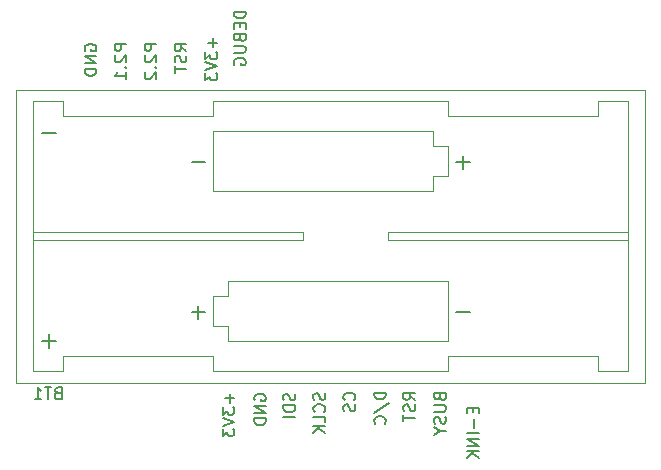
<source format=gbr>
%TF.GenerationSoftware,KiCad,Pcbnew,(5.1.8)-1*%
%TF.CreationDate,2020-12-21T16:49:44+02:00*%
%TF.ProjectId,Thermometer,54686572-6d6f-46d6-9574-65722e6b6963,rev?*%
%TF.SameCoordinates,Original*%
%TF.FileFunction,Legend,Bot*%
%TF.FilePolarity,Positive*%
%FSLAX46Y46*%
G04 Gerber Fmt 4.6, Leading zero omitted, Abs format (unit mm)*
G04 Created by KiCad (PCBNEW (5.1.8)-1) date 2020-12-21 16:49:44*
%MOMM*%
%LPD*%
G01*
G04 APERTURE LIST*
%ADD10C,0.150000*%
%ADD11C,0.120000*%
G04 APERTURE END LIST*
D10*
X52141380Y-130476904D02*
X51141380Y-130476904D01*
X51141380Y-130715000D01*
X51189000Y-130857857D01*
X51284238Y-130953095D01*
X51379476Y-131000714D01*
X51569952Y-131048333D01*
X51712809Y-131048333D01*
X51903285Y-131000714D01*
X51998523Y-130953095D01*
X52093761Y-130857857D01*
X52141380Y-130715000D01*
X52141380Y-130476904D01*
X51617571Y-131476904D02*
X51617571Y-131810238D01*
X52141380Y-131953095D02*
X52141380Y-131476904D01*
X51141380Y-131476904D01*
X51141380Y-131953095D01*
X51617571Y-132715000D02*
X51665190Y-132857857D01*
X51712809Y-132905476D01*
X51808047Y-132953095D01*
X51950904Y-132953095D01*
X52046142Y-132905476D01*
X52093761Y-132857857D01*
X52141380Y-132762619D01*
X52141380Y-132381666D01*
X51141380Y-132381666D01*
X51141380Y-132715000D01*
X51189000Y-132810238D01*
X51236619Y-132857857D01*
X51331857Y-132905476D01*
X51427095Y-132905476D01*
X51522333Y-132857857D01*
X51569952Y-132810238D01*
X51617571Y-132715000D01*
X51617571Y-132381666D01*
X51141380Y-133381666D02*
X51950904Y-133381666D01*
X52046142Y-133429285D01*
X52093761Y-133476904D01*
X52141380Y-133572142D01*
X52141380Y-133762619D01*
X52093761Y-133857857D01*
X52046142Y-133905476D01*
X51950904Y-133953095D01*
X51141380Y-133953095D01*
X51189000Y-134953095D02*
X51141380Y-134857857D01*
X51141380Y-134715000D01*
X51189000Y-134572142D01*
X51284238Y-134476904D01*
X51379476Y-134429285D01*
X51569952Y-134381666D01*
X51712809Y-134381666D01*
X51903285Y-134429285D01*
X51998523Y-134476904D01*
X52093761Y-134572142D01*
X52141380Y-134715000D01*
X52141380Y-134810238D01*
X52093761Y-134953095D01*
X52046142Y-135000714D01*
X51712809Y-135000714D01*
X51712809Y-134810238D01*
X71366071Y-164020761D02*
X71366071Y-164354095D01*
X71889880Y-164496952D02*
X71889880Y-164020761D01*
X70889880Y-164020761D01*
X70889880Y-164496952D01*
X71508928Y-164925523D02*
X71508928Y-165687428D01*
X71889880Y-166163619D02*
X70889880Y-166163619D01*
X71889880Y-166639809D02*
X70889880Y-166639809D01*
X71889880Y-167211238D01*
X70889880Y-167211238D01*
X71889880Y-167687428D02*
X70889880Y-167687428D01*
X71889880Y-168258857D02*
X71318452Y-167830285D01*
X70889880Y-168258857D02*
X71461309Y-167687428D01*
X50807928Y-162830095D02*
X50807928Y-163592000D01*
X51188880Y-163211047D02*
X50426976Y-163211047D01*
X50188880Y-163972952D02*
X50188880Y-164592000D01*
X50569833Y-164258666D01*
X50569833Y-164401523D01*
X50617452Y-164496761D01*
X50665071Y-164544380D01*
X50760309Y-164592000D01*
X50998404Y-164592000D01*
X51093642Y-164544380D01*
X51141261Y-164496761D01*
X51188880Y-164401523D01*
X51188880Y-164115809D01*
X51141261Y-164020571D01*
X51093642Y-163972952D01*
X50188880Y-164877714D02*
X51188880Y-165211047D01*
X50188880Y-165544380D01*
X50188880Y-165782476D02*
X50188880Y-166401523D01*
X50569833Y-166068190D01*
X50569833Y-166211047D01*
X50617452Y-166306285D01*
X50665071Y-166353904D01*
X50760309Y-166401523D01*
X50998404Y-166401523D01*
X51093642Y-166353904D01*
X51141261Y-166306285D01*
X51188880Y-166211047D01*
X51188880Y-165925333D01*
X51141261Y-165830095D01*
X51093642Y-165782476D01*
X52903500Y-163385595D02*
X52855880Y-163290357D01*
X52855880Y-163147500D01*
X52903500Y-163004642D01*
X52998738Y-162909404D01*
X53093976Y-162861785D01*
X53284452Y-162814166D01*
X53427309Y-162814166D01*
X53617785Y-162861785D01*
X53713023Y-162909404D01*
X53808261Y-163004642D01*
X53855880Y-163147500D01*
X53855880Y-163242738D01*
X53808261Y-163385595D01*
X53760642Y-163433214D01*
X53427309Y-163433214D01*
X53427309Y-163242738D01*
X53855880Y-163861785D02*
X52855880Y-163861785D01*
X53855880Y-164433214D01*
X52855880Y-164433214D01*
X53855880Y-164909404D02*
X52855880Y-164909404D01*
X52855880Y-165147500D01*
X52903500Y-165290357D01*
X52998738Y-165385595D01*
X53093976Y-165433214D01*
X53284452Y-165480833D01*
X53427309Y-165480833D01*
X53617785Y-165433214D01*
X53713023Y-165385595D01*
X53808261Y-165290357D01*
X53855880Y-165147500D01*
X53855880Y-164909404D01*
X56284761Y-162806190D02*
X56332380Y-162949047D01*
X56332380Y-163187142D01*
X56284761Y-163282380D01*
X56237142Y-163330000D01*
X56141904Y-163377619D01*
X56046666Y-163377619D01*
X55951428Y-163330000D01*
X55903809Y-163282380D01*
X55856190Y-163187142D01*
X55808571Y-162996666D01*
X55760952Y-162901428D01*
X55713333Y-162853809D01*
X55618095Y-162806190D01*
X55522857Y-162806190D01*
X55427619Y-162853809D01*
X55380000Y-162901428D01*
X55332380Y-162996666D01*
X55332380Y-163234761D01*
X55380000Y-163377619D01*
X56332380Y-163806190D02*
X55332380Y-163806190D01*
X55332380Y-164044285D01*
X55380000Y-164187142D01*
X55475238Y-164282380D01*
X55570476Y-164330000D01*
X55760952Y-164377619D01*
X55903809Y-164377619D01*
X56094285Y-164330000D01*
X56189523Y-164282380D01*
X56284761Y-164187142D01*
X56332380Y-164044285D01*
X56332380Y-163806190D01*
X56332380Y-164806190D02*
X55332380Y-164806190D01*
X58824761Y-162774523D02*
X58872380Y-162917380D01*
X58872380Y-163155476D01*
X58824761Y-163250714D01*
X58777142Y-163298333D01*
X58681904Y-163345952D01*
X58586666Y-163345952D01*
X58491428Y-163298333D01*
X58443809Y-163250714D01*
X58396190Y-163155476D01*
X58348571Y-162965000D01*
X58300952Y-162869761D01*
X58253333Y-162822142D01*
X58158095Y-162774523D01*
X58062857Y-162774523D01*
X57967619Y-162822142D01*
X57920000Y-162869761D01*
X57872380Y-162965000D01*
X57872380Y-163203095D01*
X57920000Y-163345952D01*
X58777142Y-164345952D02*
X58824761Y-164298333D01*
X58872380Y-164155476D01*
X58872380Y-164060238D01*
X58824761Y-163917380D01*
X58729523Y-163822142D01*
X58634285Y-163774523D01*
X58443809Y-163726904D01*
X58300952Y-163726904D01*
X58110476Y-163774523D01*
X58015238Y-163822142D01*
X57920000Y-163917380D01*
X57872380Y-164060238D01*
X57872380Y-164155476D01*
X57920000Y-164298333D01*
X57967619Y-164345952D01*
X58872380Y-165250714D02*
X58872380Y-164774523D01*
X57872380Y-164774523D01*
X58872380Y-165584047D02*
X57872380Y-165584047D01*
X58872380Y-166155476D02*
X58300952Y-165726904D01*
X57872380Y-166155476D02*
X58443809Y-165584047D01*
X61317142Y-163345833D02*
X61364761Y-163298214D01*
X61412380Y-163155357D01*
X61412380Y-163060119D01*
X61364761Y-162917261D01*
X61269523Y-162822023D01*
X61174285Y-162774404D01*
X60983809Y-162726785D01*
X60840952Y-162726785D01*
X60650476Y-162774404D01*
X60555238Y-162822023D01*
X60460000Y-162917261D01*
X60412380Y-163060119D01*
X60412380Y-163155357D01*
X60460000Y-163298214D01*
X60507619Y-163345833D01*
X61364761Y-163726785D02*
X61412380Y-163869642D01*
X61412380Y-164107738D01*
X61364761Y-164202976D01*
X61317142Y-164250595D01*
X61221904Y-164298214D01*
X61126666Y-164298214D01*
X61031428Y-164250595D01*
X60983809Y-164202976D01*
X60936190Y-164107738D01*
X60888571Y-163917261D01*
X60840952Y-163822023D01*
X60793333Y-163774404D01*
X60698095Y-163726785D01*
X60602857Y-163726785D01*
X60507619Y-163774404D01*
X60460000Y-163822023D01*
X60412380Y-163917261D01*
X60412380Y-164155357D01*
X60460000Y-164298214D01*
X64015880Y-162734785D02*
X63015880Y-162734785D01*
X63015880Y-162972880D01*
X63063500Y-163115738D01*
X63158738Y-163210976D01*
X63253976Y-163258595D01*
X63444452Y-163306214D01*
X63587309Y-163306214D01*
X63777785Y-163258595D01*
X63873023Y-163210976D01*
X63968261Y-163115738D01*
X64015880Y-162972880D01*
X64015880Y-162734785D01*
X62968261Y-164449071D02*
X64253976Y-163591928D01*
X63920642Y-165353833D02*
X63968261Y-165306214D01*
X64015880Y-165163357D01*
X64015880Y-165068119D01*
X63968261Y-164925261D01*
X63873023Y-164830023D01*
X63777785Y-164782404D01*
X63587309Y-164734785D01*
X63444452Y-164734785D01*
X63253976Y-164782404D01*
X63158738Y-164830023D01*
X63063500Y-164925261D01*
X63015880Y-165068119D01*
X63015880Y-165163357D01*
X63063500Y-165306214D01*
X63111119Y-165353833D01*
X66492380Y-163345880D02*
X66016190Y-163012547D01*
X66492380Y-162774452D02*
X65492380Y-162774452D01*
X65492380Y-163155404D01*
X65540000Y-163250642D01*
X65587619Y-163298261D01*
X65682857Y-163345880D01*
X65825714Y-163345880D01*
X65920952Y-163298261D01*
X65968571Y-163250642D01*
X66016190Y-163155404D01*
X66016190Y-162774452D01*
X66444761Y-163726833D02*
X66492380Y-163869690D01*
X66492380Y-164107785D01*
X66444761Y-164203023D01*
X66397142Y-164250642D01*
X66301904Y-164298261D01*
X66206666Y-164298261D01*
X66111428Y-164250642D01*
X66063809Y-164203023D01*
X66016190Y-164107785D01*
X65968571Y-163917309D01*
X65920952Y-163822071D01*
X65873333Y-163774452D01*
X65778095Y-163726833D01*
X65682857Y-163726833D01*
X65587619Y-163774452D01*
X65540000Y-163822071D01*
X65492380Y-163917309D01*
X65492380Y-164155404D01*
X65540000Y-164298261D01*
X65492380Y-164583976D02*
X65492380Y-165155404D01*
X66492380Y-164869690D02*
X65492380Y-164869690D01*
X68572071Y-163107857D02*
X68619690Y-163250714D01*
X68667309Y-163298333D01*
X68762547Y-163345952D01*
X68905404Y-163345952D01*
X69000642Y-163298333D01*
X69048261Y-163250714D01*
X69095880Y-163155476D01*
X69095880Y-162774523D01*
X68095880Y-162774523D01*
X68095880Y-163107857D01*
X68143500Y-163203095D01*
X68191119Y-163250714D01*
X68286357Y-163298333D01*
X68381595Y-163298333D01*
X68476833Y-163250714D01*
X68524452Y-163203095D01*
X68572071Y-163107857D01*
X68572071Y-162774523D01*
X68095880Y-163774523D02*
X68905404Y-163774523D01*
X69000642Y-163822142D01*
X69048261Y-163869761D01*
X69095880Y-163965000D01*
X69095880Y-164155476D01*
X69048261Y-164250714D01*
X69000642Y-164298333D01*
X68905404Y-164345952D01*
X68095880Y-164345952D01*
X69048261Y-164774523D02*
X69095880Y-164917380D01*
X69095880Y-165155476D01*
X69048261Y-165250714D01*
X69000642Y-165298333D01*
X68905404Y-165345952D01*
X68810166Y-165345952D01*
X68714928Y-165298333D01*
X68667309Y-165250714D01*
X68619690Y-165155476D01*
X68572071Y-164965000D01*
X68524452Y-164869761D01*
X68476833Y-164822142D01*
X68381595Y-164774523D01*
X68286357Y-164774523D01*
X68191119Y-164822142D01*
X68143500Y-164869761D01*
X68095880Y-164965000D01*
X68095880Y-165203095D01*
X68143500Y-165345952D01*
X68619690Y-165965000D02*
X69095880Y-165965000D01*
X68095880Y-165631666D02*
X68619690Y-165965000D01*
X68095880Y-166298333D01*
X38552500Y-133794595D02*
X38504880Y-133699357D01*
X38504880Y-133556500D01*
X38552500Y-133413642D01*
X38647738Y-133318404D01*
X38742976Y-133270785D01*
X38933452Y-133223166D01*
X39076309Y-133223166D01*
X39266785Y-133270785D01*
X39362023Y-133318404D01*
X39457261Y-133413642D01*
X39504880Y-133556500D01*
X39504880Y-133651738D01*
X39457261Y-133794595D01*
X39409642Y-133842214D01*
X39076309Y-133842214D01*
X39076309Y-133651738D01*
X39504880Y-134270785D02*
X38504880Y-134270785D01*
X39504880Y-134842214D01*
X38504880Y-134842214D01*
X39504880Y-135318404D02*
X38504880Y-135318404D01*
X38504880Y-135556500D01*
X38552500Y-135699357D01*
X38647738Y-135794595D01*
X38742976Y-135842214D01*
X38933452Y-135889833D01*
X39076309Y-135889833D01*
X39266785Y-135842214D01*
X39362023Y-135794595D01*
X39457261Y-135699357D01*
X39504880Y-135556500D01*
X39504880Y-135318404D01*
X42044880Y-133231119D02*
X41044880Y-133231119D01*
X41044880Y-133612071D01*
X41092500Y-133707309D01*
X41140119Y-133754928D01*
X41235357Y-133802547D01*
X41378214Y-133802547D01*
X41473452Y-133754928D01*
X41521071Y-133707309D01*
X41568690Y-133612071D01*
X41568690Y-133231119D01*
X41140119Y-134183500D02*
X41092500Y-134231119D01*
X41044880Y-134326357D01*
X41044880Y-134564452D01*
X41092500Y-134659690D01*
X41140119Y-134707309D01*
X41235357Y-134754928D01*
X41330595Y-134754928D01*
X41473452Y-134707309D01*
X42044880Y-134135880D01*
X42044880Y-134754928D01*
X41949642Y-135183500D02*
X41997261Y-135231119D01*
X42044880Y-135183500D01*
X41997261Y-135135880D01*
X41949642Y-135183500D01*
X42044880Y-135183500D01*
X42044880Y-136183500D02*
X42044880Y-135612071D01*
X42044880Y-135897785D02*
X41044880Y-135897785D01*
X41187738Y-135802547D01*
X41282976Y-135707309D01*
X41330595Y-135612071D01*
X44584880Y-133231119D02*
X43584880Y-133231119D01*
X43584880Y-133612071D01*
X43632500Y-133707309D01*
X43680119Y-133754928D01*
X43775357Y-133802547D01*
X43918214Y-133802547D01*
X44013452Y-133754928D01*
X44061071Y-133707309D01*
X44108690Y-133612071D01*
X44108690Y-133231119D01*
X43680119Y-134183500D02*
X43632500Y-134231119D01*
X43584880Y-134326357D01*
X43584880Y-134564452D01*
X43632500Y-134659690D01*
X43680119Y-134707309D01*
X43775357Y-134754928D01*
X43870595Y-134754928D01*
X44013452Y-134707309D01*
X44584880Y-134135880D01*
X44584880Y-134754928D01*
X44489642Y-135183500D02*
X44537261Y-135231119D01*
X44584880Y-135183500D01*
X44537261Y-135135880D01*
X44489642Y-135183500D01*
X44584880Y-135183500D01*
X43680119Y-135612071D02*
X43632500Y-135659690D01*
X43584880Y-135754928D01*
X43584880Y-135993023D01*
X43632500Y-136088261D01*
X43680119Y-136135880D01*
X43775357Y-136183500D01*
X43870595Y-136183500D01*
X44013452Y-136135880D01*
X44584880Y-135564452D01*
X44584880Y-136183500D01*
X47124880Y-133818380D02*
X46648690Y-133485047D01*
X47124880Y-133246952D02*
X46124880Y-133246952D01*
X46124880Y-133627904D01*
X46172500Y-133723142D01*
X46220119Y-133770761D01*
X46315357Y-133818380D01*
X46458214Y-133818380D01*
X46553452Y-133770761D01*
X46601071Y-133723142D01*
X46648690Y-133627904D01*
X46648690Y-133246952D01*
X47077261Y-134199333D02*
X47124880Y-134342190D01*
X47124880Y-134580285D01*
X47077261Y-134675523D01*
X47029642Y-134723142D01*
X46934404Y-134770761D01*
X46839166Y-134770761D01*
X46743928Y-134723142D01*
X46696309Y-134675523D01*
X46648690Y-134580285D01*
X46601071Y-134389809D01*
X46553452Y-134294571D01*
X46505833Y-134246952D01*
X46410595Y-134199333D01*
X46315357Y-134199333D01*
X46220119Y-134246952D01*
X46172500Y-134294571D01*
X46124880Y-134389809D01*
X46124880Y-134627904D01*
X46172500Y-134770761D01*
X46124880Y-135056476D02*
X46124880Y-135627904D01*
X47124880Y-135342190D02*
X46124880Y-135342190D01*
X49347428Y-132731095D02*
X49347428Y-133493000D01*
X49728380Y-133112047D02*
X48966476Y-133112047D01*
X48728380Y-133873952D02*
X48728380Y-134493000D01*
X49109333Y-134159666D01*
X49109333Y-134302523D01*
X49156952Y-134397761D01*
X49204571Y-134445380D01*
X49299809Y-134493000D01*
X49537904Y-134493000D01*
X49633142Y-134445380D01*
X49680761Y-134397761D01*
X49728380Y-134302523D01*
X49728380Y-134016809D01*
X49680761Y-133921571D01*
X49633142Y-133873952D01*
X48728380Y-134778714D02*
X49728380Y-135112047D01*
X48728380Y-135445380D01*
X48728380Y-135683476D02*
X48728380Y-136302523D01*
X49109333Y-135969190D01*
X49109333Y-136112047D01*
X49156952Y-136207285D01*
X49204571Y-136254904D01*
X49299809Y-136302523D01*
X49537904Y-136302523D01*
X49633142Y-136254904D01*
X49680761Y-136207285D01*
X49728380Y-136112047D01*
X49728380Y-135826333D01*
X49680761Y-135731095D01*
X49633142Y-135683476D01*
D11*
%TO.C,BT1*%
X85933000Y-137079000D02*
X85933000Y-161879000D01*
X32733000Y-137074000D02*
X85933000Y-137074000D01*
X32733000Y-161879000D02*
X32733000Y-137079000D01*
X85933000Y-161884000D02*
X32733000Y-161884000D01*
X49403000Y-140589000D02*
X49403000Y-145669000D01*
X49403000Y-145669000D02*
X67993000Y-145669000D01*
X67993000Y-145669000D02*
X67993000Y-144399000D01*
X67993000Y-144399000D02*
X69263000Y-144399000D01*
X69263000Y-144399000D02*
X69263000Y-141859000D01*
X69263000Y-141859000D02*
X67993000Y-141859000D01*
X67993000Y-141859000D02*
X67993000Y-140589000D01*
X67993000Y-140589000D02*
X49403000Y-140589000D01*
X69263000Y-153289000D02*
X50673000Y-153289000D01*
X50673000Y-153289000D02*
X50673000Y-154559000D01*
X50673000Y-154559000D02*
X49403000Y-154559000D01*
X49403000Y-154559000D02*
X49403000Y-157099000D01*
X49403000Y-157099000D02*
X50673000Y-157099000D01*
X50673000Y-157099000D02*
X50673000Y-158369000D01*
X50673000Y-158369000D02*
X69263000Y-158369000D01*
X69263000Y-158369000D02*
X69263000Y-153289000D01*
X34163000Y-149829000D02*
X57023000Y-149829000D01*
X57023000Y-149829000D02*
X57023000Y-149129000D01*
X57023000Y-149129000D02*
X34163000Y-149129000D01*
X84503000Y-149829000D02*
X64183000Y-149829000D01*
X64183000Y-149829000D02*
X64183000Y-149129000D01*
X64183000Y-149129000D02*
X84503000Y-149129000D01*
X49403000Y-139319000D02*
X49403000Y-138049000D01*
X49403000Y-138049000D02*
X69263000Y-138049000D01*
X69263000Y-138049000D02*
X69263000Y-139319000D01*
X81963000Y-159639000D02*
X69263000Y-159639000D01*
X69263000Y-159639000D02*
X69263000Y-160909000D01*
X69263000Y-160909000D02*
X49403000Y-160909000D01*
X49403000Y-160909000D02*
X49403000Y-159639000D01*
X81963000Y-139319000D02*
X69263000Y-139319000D01*
X36703000Y-159639000D02*
X49403000Y-159639000D01*
X36703000Y-159639000D02*
X36703000Y-160909000D01*
X36703000Y-160909000D02*
X34163000Y-160909000D01*
X34163000Y-160909000D02*
X34163000Y-138049000D01*
X34163000Y-138049000D02*
X36703000Y-138049000D01*
X36703000Y-138049000D02*
X36703000Y-139319000D01*
X36703000Y-139319000D02*
X49403000Y-139319000D01*
X84503000Y-160909000D02*
X81963000Y-160909000D01*
X81963000Y-160909000D02*
X81963000Y-159639000D01*
X84503000Y-160909000D02*
X84503000Y-138049000D01*
X84503000Y-138049000D02*
X81963000Y-138049000D01*
X81963000Y-138049000D02*
X81963000Y-139319000D01*
D10*
X36218714Y-162757571D02*
X36075857Y-162805190D01*
X36028238Y-162852809D01*
X35980619Y-162948047D01*
X35980619Y-163090904D01*
X36028238Y-163186142D01*
X36075857Y-163233761D01*
X36171095Y-163281380D01*
X36552047Y-163281380D01*
X36552047Y-162281380D01*
X36218714Y-162281380D01*
X36123476Y-162329000D01*
X36075857Y-162376619D01*
X36028238Y-162471857D01*
X36028238Y-162567095D01*
X36075857Y-162662333D01*
X36123476Y-162709952D01*
X36218714Y-162757571D01*
X36552047Y-162757571D01*
X35694904Y-162281380D02*
X35123476Y-162281380D01*
X35409190Y-163281380D02*
X35409190Y-162281380D01*
X34266333Y-163281380D02*
X34837761Y-163281380D01*
X34552047Y-163281380D02*
X34552047Y-162281380D01*
X34647285Y-162424238D01*
X34742523Y-162519476D01*
X34837761Y-162567095D01*
X36067928Y-158349142D02*
X34925071Y-158349142D01*
X35496500Y-158920571D02*
X35496500Y-157777714D01*
X36067928Y-140759642D02*
X34925071Y-140759642D01*
X48704428Y-155936142D02*
X47561571Y-155936142D01*
X48133000Y-156507571D02*
X48133000Y-155364714D01*
X71104428Y-155936142D02*
X69961571Y-155936142D01*
X48704428Y-143236142D02*
X47561571Y-143236142D01*
X71104428Y-143236142D02*
X69961571Y-143236142D01*
X70533000Y-143807571D02*
X70533000Y-142664714D01*
%TD*%
M02*

</source>
